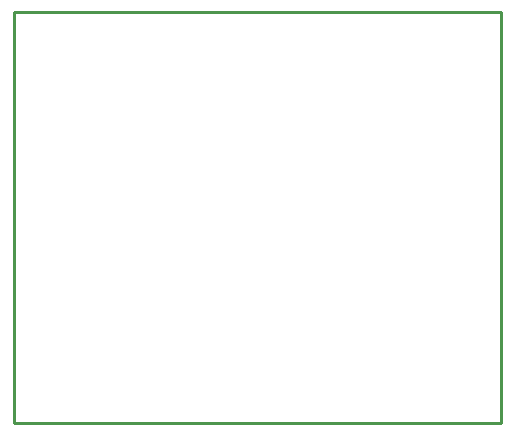
<source format=gko>
G04 Layer_Color=16711935*
%FSLAX25Y25*%
%MOIN*%
G70*
G01*
G75*
%ADD12C,0.01000*%
D12*
X0Y0D02*
X162500D01*
Y-137000D02*
Y0D01*
X0Y-137000D02*
X162500D01*
X0D02*
Y0D01*
M02*

</source>
